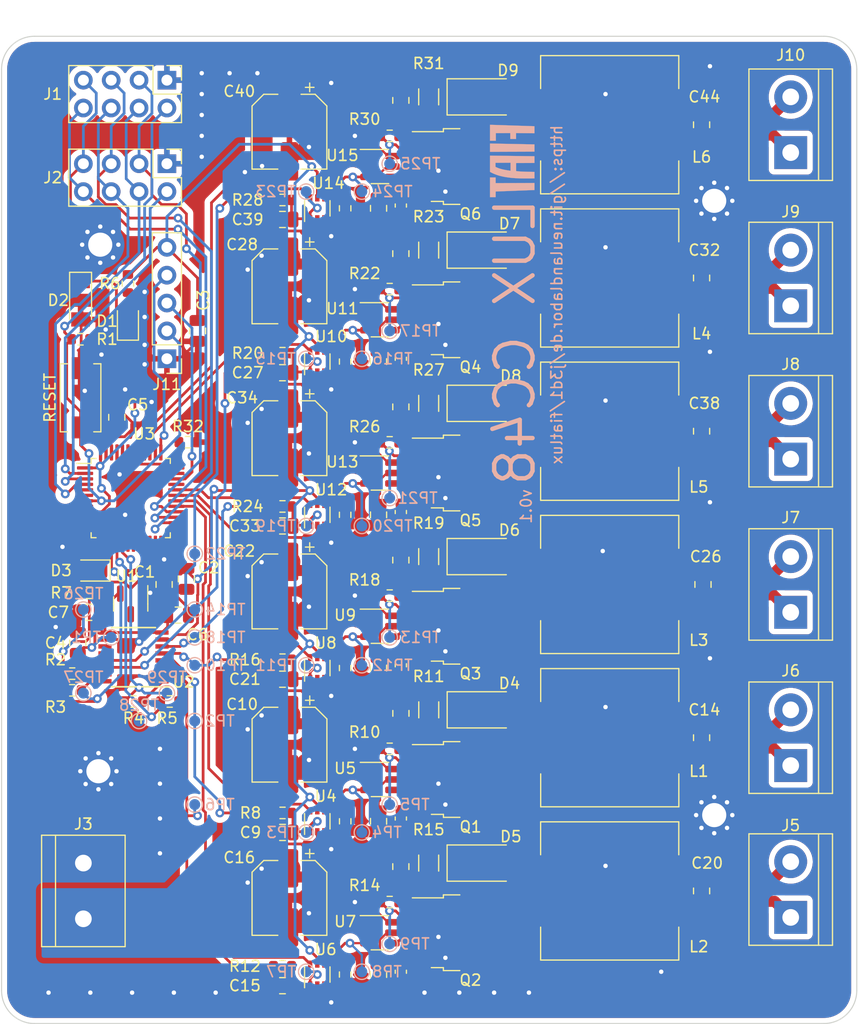
<source format=kicad_pcb>
(kicad_pcb (version 20211014) (generator pcbnew)

  (general
    (thickness 1.6)
  )

  (paper "A4")
  (layers
    (0 "F.Cu" signal)
    (31 "B.Cu" signal)
    (32 "B.Adhes" user "B.Adhesive")
    (33 "F.Adhes" user "F.Adhesive")
    (34 "B.Paste" user)
    (35 "F.Paste" user)
    (36 "B.SilkS" user "B.Silkscreen")
    (37 "F.SilkS" user "F.Silkscreen")
    (38 "B.Mask" user)
    (39 "F.Mask" user)
    (40 "Dwgs.User" user "User.Drawings")
    (41 "Cmts.User" user "User.Comments")
    (42 "Eco1.User" user "User.Eco1")
    (43 "Eco2.User" user "User.Eco2")
    (44 "Edge.Cuts" user)
    (45 "Margin" user)
    (46 "B.CrtYd" user "B.Courtyard")
    (47 "F.CrtYd" user "F.Courtyard")
    (48 "B.Fab" user)
    (49 "F.Fab" user)
    (50 "User.1" user "Nutzer.1")
    (51 "User.2" user "Nutzer.2")
    (52 "User.3" user "Nutzer.3")
    (53 "User.4" user "Nutzer.4")
    (54 "User.5" user "Nutzer.5")
    (55 "User.6" user "Nutzer.6")
    (56 "User.7" user "Nutzer.7")
    (57 "User.8" user "Nutzer.8")
    (58 "User.9" user "Nutzer.9")
  )

  (setup
    (stackup
      (layer "F.SilkS" (type "Top Silk Screen"))
      (layer "F.Paste" (type "Top Solder Paste"))
      (layer "F.Mask" (type "Top Solder Mask") (thickness 0.01))
      (layer "F.Cu" (type "copper") (thickness 0.035))
      (layer "dielectric 1" (type "core") (thickness 1.51) (material "FR4") (epsilon_r 4.5) (loss_tangent 0.02))
      (layer "B.Cu" (type "copper") (thickness 0.035))
      (layer "B.Mask" (type "Bottom Solder Mask") (thickness 0.01))
      (layer "B.Paste" (type "Bottom Solder Paste"))
      (layer "B.SilkS" (type "Bottom Silk Screen"))
      (copper_finish "None")
      (dielectric_constraints no)
    )
    (pad_to_mask_clearance 0)
    (grid_origin 167.894 27.686)
    (pcbplotparams
      (layerselection 0x00010fc_ffffffff)
      (disableapertmacros false)
      (usegerberextensions false)
      (usegerberattributes true)
      (usegerberadvancedattributes true)
      (creategerberjobfile true)
      (svguseinch false)
      (svgprecision 6)
      (excludeedgelayer true)
      (plotframeref false)
      (viasonmask false)
      (mode 1)
      (useauxorigin false)
      (hpglpennumber 1)
      (hpglpenspeed 20)
      (hpglpendiameter 15.000000)
      (dxfpolygonmode true)
      (dxfimperialunits true)
      (dxfusepcbnewfont true)
      (psnegative false)
      (psa4output false)
      (plotreference true)
      (plotvalue true)
      (plotinvisibletext false)
      (sketchpadsonfab false)
      (subtractmaskfromsilk false)
      (outputformat 1)
      (mirror false)
      (drillshape 1)
      (scaleselection 1)
      (outputdirectory "")
    )
  )

  (net 0 "")
  (net 1 "+3V3")
  (net 2 "GND")
  (net 3 "~{BUSRST}")
  (net 4 "Net-(C4-Pad1)")
  (net 5 "/fiatlux_cc48_channel_driver2/DRI_DIM")
  (net 6 "+48V")
  (net 7 "/fiatlux_cc48_channel_driver2/DRI_VCC")
  (net 8 "/fiatlux_cc48_channel_driver2/DRI_COM")
  (net 9 "/fiatlux_cc48_channel_driver2/OUT+")
  (net 10 "/fiatlux_cc48_channel_driver2/OUT-")
  (net 11 "/fiatlux_cc48_channel_driver1/DRI_DIM")
  (net 12 "/fiatlux_cc48_channel_driver1/DRI_VCC")
  (net 13 "/fiatlux_cc48_channel_driver1/DRI_COM")
  (net 14 "/fiatlux_cc48_channel_driver1/OUT+")
  (net 15 "/fiatlux_cc48_channel_driver1/OUT-")
  (net 16 "/fiatlux_cc48_channel_driver3/DRI_DIM")
  (net 17 "/fiatlux_cc48_channel_driver3/DRI_VCC")
  (net 18 "/fiatlux_cc48_channel_driver3/DRI_COM")
  (net 19 "/fiatlux_cc48_channel_driver3/OUT+")
  (net 20 "/fiatlux_cc48_channel_driver3/OUT-")
  (net 21 "/fiatlux_cc48_channel_driver5/DRI_DIM")
  (net 22 "/fiatlux_cc48_channel_driver5/DRI_VCC")
  (net 23 "/fiatlux_cc48_channel_driver5/DRI_COM")
  (net 24 "/fiatlux_cc48_channel_driver5/OUT+")
  (net 25 "/fiatlux_cc48_channel_driver5/OUT-")
  (net 26 "Net-(D1-Pad2)")
  (net 27 "ACT_LED")
  (net 28 "Net-(D3-Pad2)")
  (net 29 "/fiatlux_cc48_channel_driver4/DRI_DIM")
  (net 30 "/fiatlux_cc48_channel_driver4/DRI_VCC")
  (net 31 "/fiatlux_cc48_channel_driver4/DRI_COM")
  (net 32 "/fiatlux_cc48_channel_driver4/OUT+")
  (net 33 "/fiatlux_cc48_channel_driver4/OUT-")
  (net 34 "/fiatlux_cc48_channel_driver6/DRI_DIM")
  (net 35 "/fiatlux_cc48_channel_driver6/DRI_VCC")
  (net 36 "/fiatlux_cc48_channel_driver6/DRI_COM")
  (net 37 "/fiatlux_cc48_channel_driver6/OUT+")
  (net 38 "/fiatlux_cc48_channel_driver6/OUT-")
  (net 39 "/fiatlux_cc48_channel_driver2/DRI_SOURCE")
  (net 40 "/fiatlux_cc48_channel_driver1/DRI_SOURCE")
  (net 41 "/fiatlux_cc48_channel_driver3/DRI_SOURCE")
  (net 42 "DAC_SYNC")
  (net 43 "Net-(R2-Pad2)")
  (net 44 "SCLK")
  (net 45 "Net-(R3-Pad2)")
  (net 46 "MOSI")
  (net 47 "Net-(R4-Pad2)")
  (net 48 "MISO")
  (net 49 "Net-(R5-Pad2)")
  (net 50 "CH2_DIM")
  (net 51 "Net-(R9-Pad1)")
  (net 52 "CH1_DIM")
  (net 53 "CH3_DIM")
  (net 54 "CH5_DIM")
  (net 55 "CH4_DIM")
  (net 56 "Net-(R21-Pad1)")
  (net 57 "CH6_DIM")
  (net 58 "Net-(C13-Pad1)")
  (net 59 "unconnected-(U2-Pad11)")
  (net 60 "unconnected-(U2-Pad12)")
  (net 61 "INIT_{IN}")
  (net 62 "~{INT}")
  (net 63 "INIT_{OUT}")
  (net 64 "SW_SCLK")
  (net 65 "SW_MOSI")
  (net 66 "SW_MISO")
  (net 67 "CH1_PWM")
  (net 68 "CH2_PWM")
  (net 69 "CH3_PWM")
  (net 70 "CH4_PWM")
  (net 71 "unconnected-(U3-Pad25)")
  (net 72 "CH6_PWM")
  (net 73 "CH5_PWM")
  (net 74 "/fiatlux_cc48_channel_driver5/DRI_SOURCE")
  (net 75 "/fiatlux_cc48_channel_driver4/DRI_SOURCE")
  (net 76 "/fiatlux_cc48_channel_driver6/DRI_SOURCE")
  (net 77 "/fiatlux_cc48_channel_driver2/DRI_GATE")
  (net 78 "/fiatlux_cc48_channel_driver1/DRI_GATE")
  (net 79 "/fiatlux_cc48_channel_driver3/DRI_GATE")
  (net 80 "/fiatlux_cc48_channel_driver5/DRI_GATE")
  (net 81 "/fiatlux_cc48_channel_driver4/DRI_GATE")
  (net 82 "/fiatlux_cc48_channel_driver6/DRI_GATE")
  (net 83 "Net-(C19-Pad1)")
  (net 84 "Net-(C25-Pad1)")
  (net 85 "Net-(C31-Pad1)")
  (net 86 "Net-(C37-Pad1)")
  (net 87 "Net-(C43-Pad1)")
  (net 88 "Net-(R13-Pad1)")
  (net 89 "Net-(R17-Pad1)")
  (net 90 "Net-(R25-Pad1)")
  (net 91 "Net-(R29-Pad1)")
  (net 92 "unconnected-(U3-Pad5)")
  (net 93 "unconnected-(U3-Pad6)")
  (net 94 "unconnected-(U3-Pad10)")
  (net 95 "unconnected-(U3-Pad11)")
  (net 96 "unconnected-(U3-Pad12)")
  (net 97 "Net-(R32-Pad1)")
  (net 98 "unconnected-(U3-Pad18)")
  (net 99 "unconnected-(U3-Pad19)")
  (net 100 "unconnected-(U3-Pad20)")
  (net 101 "unconnected-(U3-Pad21)")
  (net 102 "unconnected-(U3-Pad22)")
  (net 103 "unconnected-(U3-Pad33)")
  (net 104 "SWDIO")
  (net 105 "unconnected-(U3-Pad35)")
  (net 106 "unconnected-(U3-Pad36)")
  (net 107 "SWCLK")
  (net 108 "unconnected-(U3-Pad38)")
  (net 109 "unconnected-(U3-Pad39)")
  (net 110 "unconnected-(U3-Pad42)")
  (net 111 "unconnected-(U3-Pad43)")
  (net 112 "unconnected-(U3-Pad45)")
  (net 113 "unconnected-(U3-Pad46)")

  (footprint "Inductor_SMD:L_12x12mm_H8mm" (layer "F.Cu") (at 213.36 73.66 180))

  (footprint "TerminalBlock:TerminalBlock_bornier-2_P5.08mm" (layer "F.Cu") (at 229.87 90.17 90))

  (footprint "Capacitor_SMD:C_0805_2012Metric" (layer "F.Cu") (at 183.515 110.236 180))

  (footprint "Capacitor_SMD:C_0603_1608Metric" (layer "F.Cu") (at 194.31 81.026 -90))

  (footprint "Capacitor_SMD:C_0805_2012Metric" (layer "F.Cu") (at 221.742 87.63 -90))

  (footprint "TerminalBlock:TerminalBlock_bornier-2_P5.08mm" (layer "F.Cu") (at 229.87 76.2 90))

  (footprint "MountingHole:MountingHole_2.2mm_M2_Pad_Via" (layer "F.Cu") (at 222.894 38.686))

  (footprint "Resistor_SMD:R_1206_3216Metric" (layer "F.Cu") (at 196.85 99.06 90))

  (footprint "Diode_SMD:D_SMA" (layer "F.Cu") (at 201.93 57.15))

  (footprint "Capacitor_SMD:CP_Elec_6.3x4.5" (layer "F.Cu") (at 184.15 60.325 -90))

  (footprint "Connector_PinHeader_2.54mm:PinHeader_2x04_P2.54mm_Vertical" (layer "F.Cu") (at 172.974 35.306 -90))

  (footprint "Capacitor_SMD:C_0603_1608Metric" (layer "F.Cu") (at 194.31 108.966 -90))

  (footprint "Capacitor_SMD:C_0805_2012Metric" (layer "F.Cu") (at 172.72 73.66 -90))

  (footprint "Package_TO_SOT_SMD:SOT-23-6" (layer "F.Cu") (at 192.405 63.5))

  (footprint "Capacitor_SMD:C_0805_2012Metric" (layer "F.Cu") (at 192.278 67.31 -90))

  (footprint "Package_TO_SOT_SMD:SOT-363_SC-70-6" (layer "F.Cu") (at 186.69 81.28 90))

  (footprint "Capacitor_SMD:C_0805_2012Metric" (layer "F.Cu") (at 192.278 109.22 -90))

  (footprint "Package_TO_SOT_SMD:TO-252-2" (layer "F.Cu") (at 200.6655 91.44))

  (footprint "Connector_PinHeader_2.54mm:PinHeader_2x04_P2.54mm_Vertical" (layer "F.Cu") (at 172.974 27.686 -90))

  (footprint "Package_TO_SOT_SMD:TO-252-2" (layer "F.Cu") (at 200.66 77.47))

  (footprint "Resistor_SMD:R_0603_1608Metric" (layer "F.Cu") (at 183.515 80.518))

  (footprint "Diode_SMD:D_SMA" (layer "F.Cu") (at 201.93 29.21))

  (footprint "TerminalBlock:TerminalBlock_bornier-2_P5.08mm" (layer "F.Cu") (at 165.354 99.06 -90))

  (footprint "Diode_SMD:D_SMA" (layer "F.Cu") (at 201.93 99.06))

  (footprint "Diode_SMD:D_SMA" (layer "F.Cu") (at 201.93 43.18))

  (footprint "Capacitor_SMD:C_0805_2012Metric" (layer "F.Cu") (at 192.278 95.25 -90))

  (footprint "MountingHole:MountingHole_2.2mm_M2_Pad_Via" (layer "F.Cu") (at 166.727274 90.686))

  (footprint "Inductor_SMD:L_12x12mm_H8mm" (layer "F.Cu") (at 213.36 45.72 180))

  (footprint "Diode_SMD:D_SMA" (layer "F.Cu") (at 201.9355 85.09))

  (footprint "Capacitor_SMD:CP_Elec_6.3x4.5" (layer "F.Cu") (at 184.15 46.482 -90))

  (footprint "MountingHole:MountingHole_2.2mm_M2_Pad_Via" (layer "F.Cu") (at 166.894 42.686))

  (footprint "Package_TO_SOT_SMD:SOT-23-6" (layer "F.Cu") (at 192.405 35.56))

  (footprint "Capacitor_SMD:C_0805_2012Metric" (layer "F.Cu") (at 221.742 31.75 -90))

  (footprint "Resistor_SMD:R_0603_1608Metric" (layer "F.Cu") (at 189.23 81.28 -90))

  (footprint "Resistor_SMD:R_0603_1608Metric" (layer "F.Cu") (at 164.338 81.788))

  (footprint "LED_SMD:LED_0805_2012Metric" (layer "F.Cu") (at 169.418 49.7055 90))

  (footprint "Capacitor_SMD:C_0805_2012Metric" (layer "F.Cu") (at 174.752 73.152 -90))

  (footprint "Capacitor_SMD:C_0805_2012Metric" (layer "F.Cu") (at 194.31 29.53 90))

  (footprint "Capacitor_SMD:C_0805_2012Metric" (layer "F.Cu") (at 183.5205 96.266 180))

  (footprint "Inductor_SMD:L_12x12mm_H8mm" (layer "F.Cu") (at 213.36 101.6 180))

  (footprint "Capacitor_SMD:C_0805_2012Metric" (layer "F.Cu") (at 183.515 68.326 180))

  (footprint "Resistor_SMD:R_1206_3216Metric" (layer "F.Cu") (at 196.85 57.15 90))

  (footprint "Package_TO_SOT_SMD:SOT-23-6" (layer "F.Cu") (at 192.405 49.53))

  (footprint "Package_TO_SOT_SMD:SOT-23-6" (layer "F.Cu") (at 192.4105 91.44))

  (footprint "Inductor_SMD:L_12x12mm_H8mm" (layer "F.Cu") (at 213.36 59.69 180))

  (footprint "Resistor_SMD:R_0603_1608Metric" (layer "F.Cu")
    (tedit 5F68FEEE) (tstamp 608b1d3a-67e0-42f9-8004-aa8ef9ba9868)
    (at 183.515 108.458)
    (descr "Resistor SMD 0603 (1608 Metric), square (rectangular) end terminal, IPC_7351 nominal, (Body size source: IPC-SM-782 page 72, https://www.pcb-3d.com/wordpress/wp-content/uploads/ipc-sm-782a_amendment_1_and_2.pdf), generated with kicad-footprint-generator")
    (tags "resistor")
    (property "Sheetfile" "fiatlux_cc48_channel_driver.kicad_sch")
    (property "Sheetname" "fiatlux_cc48_channel_driver1")
    (path "/ec392c76-0785-4274-a56a-aeb995601b34/85290897-a69f-43de-ba13-b6be6bcc9165")
    (attr smd)
    (fp_text reference "R12" (at -3.429 0) (layer "F.SilkS")
      (effects (font (size 1 1) (thickness 0.15)))
      (tstamp 0e79626a-d11e-4538-b4f1-f7383427fb8e)
    )
    (fp_text value "100" (at 0 1.43) (layer "F.Fab")
      (effects (font (size 1 1) (thickness 0.15)))
      (tstamp f16cd62c-cafc-49f5-aaa8-7cc66bb32173)
    )
    (fp_text user "${REFERENCE}" (at 0 0) (layer "F.Fab")
      (effects (font (size 0.4 0.4) (thickness 0.06)))
      (tstamp 6ef79f27-32bd-4298-a460-ab1950992ee9)
    )
    (fp_line (start -0.237258 0.5225) (end 0.237258 0.5225) (layer "F.SilkS") (width 0.12) (tstamp 801d88db-700e-4aeb-b016-ad58e4381134))
    (fp_line (start -0.237258 -0.5225) (end 0.237258 -0.5225) (layer "F.SilkS") (width 0.12) (tstamp cd654e68-4be6-42bb-a6a9-c43ff557a66e))
    (fp_line (start -1.48 -0.73) (end 1.48 -0.73) (layer "F.CrtYd") (width 0.05) (tstamp 8f6943a4-a361-45ed-9c4d-98ef80de44e8))
    (fp_line (start -1.48 0.73) (end -1.48 -0.73) (layer "F.CrtYd") (width 0.05) (tstamp 956c79ed-dc56-45ee-8473-7f0af145783f))
    (fp_line (start 1.48 -0.73) (end 1.48 0.73) (layer "F.CrtYd") (width 0.05) (tstamp e41df1ee-4a3d-4a34-8ee1-e8ce96bff89a))
    (fp_line (start 1.48 0.73) (end -1.48 0.73) (layer "F.CrtYd") (width 0.05) (tstamp f550cc42-58d1-4fc8-bb7a
... [1257140 chars truncated]
</source>
